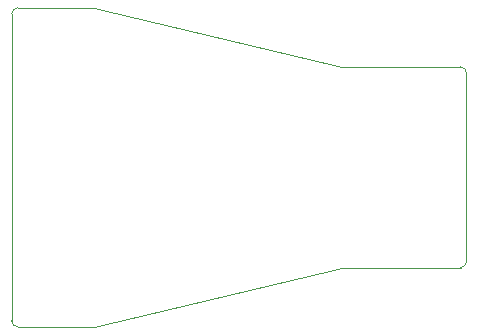
<source format=gbo>
G04 #@! TF.GenerationSoftware,KiCad,Pcbnew,5.1.0*
G04 #@! TF.CreationDate,2019-05-06T16:15:21+02:00*
G04 #@! TF.ProjectId,JlinkBreakout,4a6c696e-6b42-4726-9561-6b6f75742e6b,rev?*
G04 #@! TF.SameCoordinates,Original*
G04 #@! TF.FileFunction,Legend,Bot*
G04 #@! TF.FilePolarity,Positive*
%FSLAX46Y46*%
G04 Gerber Fmt 4.6, Leading zero omitted, Abs format (unit mm)*
G04 Created by KiCad (PCBNEW 5.1.0) date 2019-05-06 16:15:21*
%MOMM*%
%LPD*%
G04 APERTURE LIST*
%ADD10C,0.050000*%
G04 APERTURE END LIST*
D10*
X58500000Y-60000000D02*
G75*
G02X58000000Y-59500000I0J500000D01*
G01*
X58000000Y-33500000D02*
G75*
G02X58500000Y-33000000I500000J0D01*
G01*
X96000000Y-38000000D02*
G75*
G02X96500000Y-38500000I0J-500000D01*
G01*
X96500000Y-54500000D02*
G75*
G02X96000000Y-55000000I-500000J0D01*
G01*
X86000000Y-38000000D02*
X65000000Y-33000000D01*
X96000000Y-38000000D02*
X86000000Y-38000000D01*
X96500000Y-54500000D02*
X96500000Y-38500000D01*
X86000000Y-55000000D02*
X96000000Y-55000000D01*
X65000000Y-60000000D02*
X86000000Y-55000000D01*
X65000000Y-33000000D02*
X58500000Y-33000000D01*
X58500000Y-60000000D02*
X65000000Y-60000000D01*
X58000000Y-33500000D02*
X58000000Y-59500000D01*
M02*

</source>
